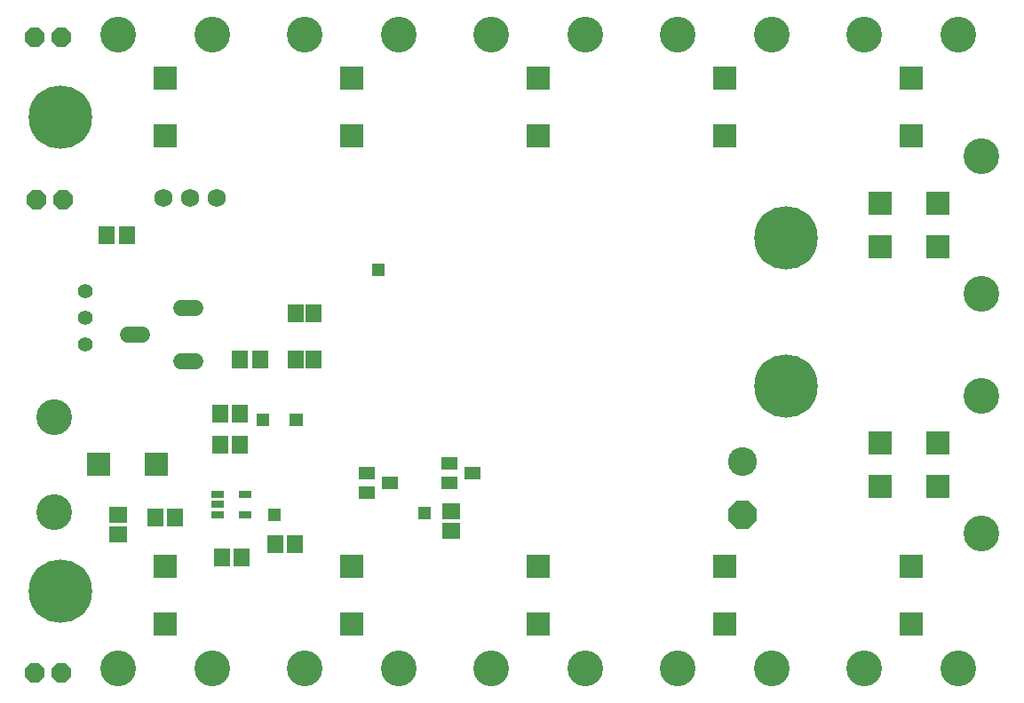
<source format=gbs>
G75*
%MOIN*%
%OFA0B0*%
%FSLAX24Y24*%
%IPPOS*%
%LPD*%
%AMOC8*
5,1,8,0,0,1.08239X$1,22.5*
%
%ADD10C,0.1080*%
%ADD11OC8,0.1080*%
%ADD12R,0.0592X0.0671*%
%ADD13R,0.0502X0.0276*%
%ADD14R,0.0907X0.0907*%
%ADD15C,0.1340*%
%ADD16R,0.0710X0.0592*%
%ADD17R,0.0592X0.0710*%
%ADD18C,0.0600*%
%ADD19C,0.0556*%
%ADD20OC8,0.0740*%
%ADD21C,0.0680*%
%ADD22C,0.2380*%
%ADD23R,0.0631X0.0474*%
%ADD24R,0.0476X0.0476*%
D10*
X029771Y011708D03*
D11*
X029771Y009708D03*
D12*
X013668Y015521D03*
X012998Y015521D03*
X012998Y017271D03*
X013668Y017271D03*
D13*
X011100Y010457D03*
X011100Y009709D03*
X010066Y009709D03*
X010066Y010083D03*
X010066Y010457D03*
D14*
X007748Y011583D03*
X005583Y011583D03*
X008083Y007748D03*
X008083Y005583D03*
X015083Y005583D03*
X015083Y007748D03*
X022083Y007748D03*
X022083Y005583D03*
X029083Y005583D03*
X029083Y007748D03*
X034918Y010756D03*
X037083Y010756D03*
X037083Y012410D03*
X034918Y012410D03*
X036083Y007748D03*
X036083Y005583D03*
X037083Y019756D03*
X037083Y021410D03*
X034918Y021410D03*
X034918Y019756D03*
X036083Y023918D03*
X036083Y026083D03*
X029083Y026083D03*
X029083Y023918D03*
X022083Y023918D03*
X022083Y026083D03*
X015083Y026083D03*
X015083Y023918D03*
X008083Y023918D03*
X008083Y026083D03*
D15*
X006311Y027737D03*
X009855Y027737D03*
X013311Y027737D03*
X016855Y027737D03*
X020311Y027737D03*
X023855Y027737D03*
X027311Y027737D03*
X030855Y027737D03*
X034311Y027737D03*
X037855Y027737D03*
X038737Y023181D03*
X038737Y017985D03*
X038737Y014181D03*
X038737Y008985D03*
X037855Y003930D03*
X034311Y003930D03*
X030855Y003930D03*
X027311Y003930D03*
X023855Y003930D03*
X020311Y003930D03*
X016855Y003930D03*
X013311Y003930D03*
X009855Y003930D03*
X006311Y003930D03*
X003930Y009811D03*
X003930Y013355D03*
D16*
X006333Y009707D03*
X006333Y008959D03*
X018833Y009084D03*
X018833Y009832D03*
D17*
X012957Y008583D03*
X012209Y008583D03*
X010957Y008083D03*
X010209Y008083D03*
X008457Y009583D03*
X007709Y009583D03*
X010147Y012333D03*
X010895Y012333D03*
X010892Y013512D03*
X010144Y013512D03*
X010897Y015521D03*
X011645Y015521D03*
X006645Y020208D03*
X005897Y020208D03*
D18*
X008698Y017458D02*
X009218Y017458D01*
X007218Y016458D02*
X006698Y016458D01*
X008698Y015458D02*
X009218Y015458D01*
D19*
X005083Y016083D03*
X005083Y017083D03*
X005083Y018083D03*
D20*
X003208Y003771D03*
X004208Y003771D03*
X004271Y021521D03*
X003271Y021521D03*
X003208Y027646D03*
X004208Y027646D03*
D21*
X008021Y021583D03*
X009021Y021583D03*
X010021Y021583D03*
D22*
X004146Y024646D03*
X004146Y006833D03*
X031396Y014521D03*
X031396Y020083D03*
D23*
X019641Y011271D03*
X018775Y011645D03*
X018775Y010897D03*
X016516Y010896D03*
X015650Y011270D03*
X015650Y010522D03*
D24*
X017833Y009771D03*
X013021Y013271D03*
X012998Y013271D03*
X011771Y013271D03*
X012208Y009708D03*
X016083Y018896D03*
M02*

</source>
